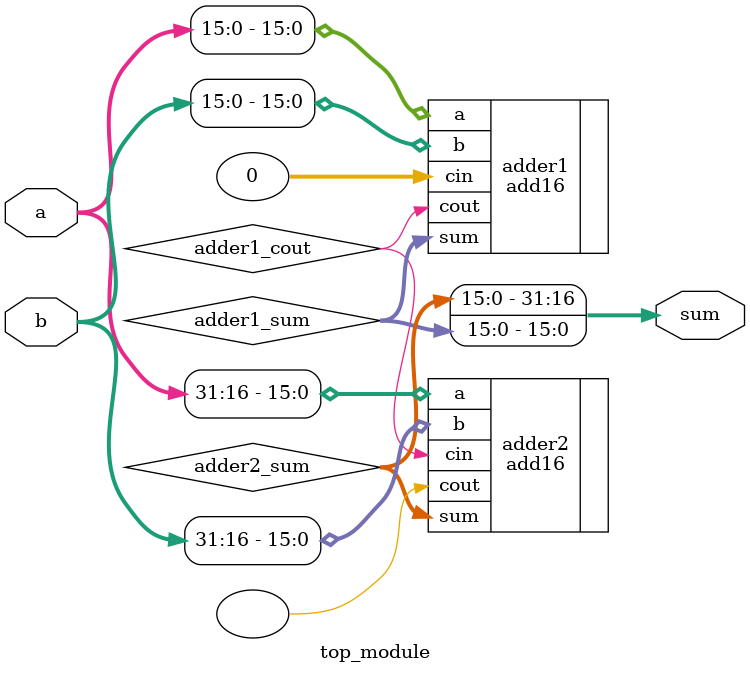
<source format=v>
module top_module(
    input [31:0] a,
    input [31:0] b,
    output [31:0] sum
);
    wire adder1_cout;
    wire [15:0] adder1_sum;
    wire [15:0] adder2_sum;

    add16 adder1 ( .a(a[15:0]), .b(b[15:0]), .cin(0), .sum(adder1_sum), .cout(adder1_cout));
    add16 adder2 ( .a(a[31:16]), .b(b[31:16]), .cin(adder1_cout), .sum(adder2_sum), .cout());

    assign sum = {adder2_sum, adder1_sum};
endmodule

</source>
